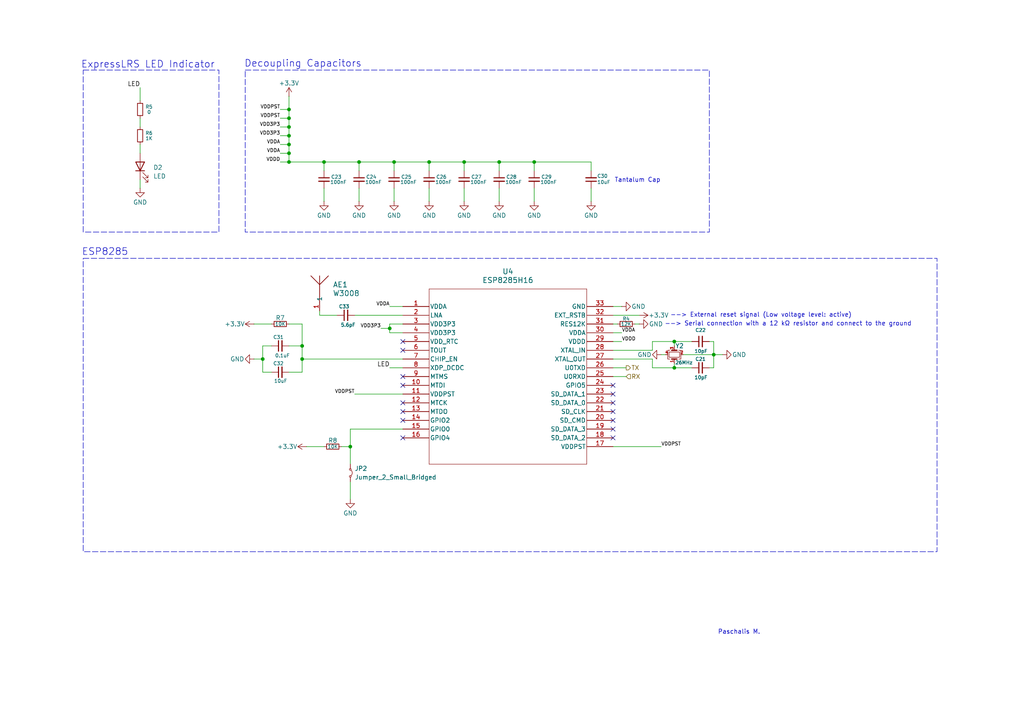
<source format=kicad_sch>
(kicad_sch (version 20250114) (generator "eeschema") (generator_version "9.0")
  (paper "A4")
  (title_block (title "ESP8285") (date "2025-03-30") (rev "1.0") (company "https://github.com/Paschalis | TeodoraMiu"))
  (lib_symbols
    (symbol "Device:C_Small" (pin_numbers (hide yes)) (pin_names (offset 0.254) (hide yes))
      (property "Reference" "C" (at 0.254 1.778 0))
      (property "Value" "C_Small" (at 0.254 -2.032 0))
      (symbol "C_Small_0_1"
        (polyline (pts (xy -1.524 0.508) (xy 1.524 0.508)) (stroke (width 0.3048)))
        (polyline (pts (xy -1.524 -0.508) (xy 1.524 -0.508)) (stroke (width 0.3302)))
      )
      (symbol "C_Small_1_1"
        (pin passive line (at 0 2.54 270) (length 2.032) (name "~") (number "1"))
        (pin passive line (at 0 -2.54 90) (length 2.032) (name "~") (number "2"))
      )
    )
    (symbol "Device:Crystal_GND24_Small" (pin_names (offset 1.016) (hide yes))
      (property "Reference" "Y" (at 1.27 4.445 0))
      (property "Value" "Crystal_GND24_Small" (at 1.27 2.54 0))
      (symbol "Crystal_GND24_Small_0_1"
        (polyline (pts (xy -1.27 1.27) (xy -1.27 1.905) (xy 1.27 1.905) (xy 1.27 1.27)))
        (polyline (pts (xy -1.27 -0.762) (xy -1.27 0.762)) (stroke (width 0.381)))
        (polyline (pts (xy -1.27 -1.27) (xy -1.27 -1.905) (xy 1.27 -1.905) (xy 1.27 -1.27)))
        (rectangle (start -0.762 -1.524) (end 0.762 1.524))
        (polyline (pts (xy 1.27 -0.762) (xy 1.27 0.762)) (stroke (width 0.381)))
      )
      (symbol "Crystal_GND24_Small_1_1"
        (pin passive line (at -2.54 0 0) (length 1.27) (name "1") (number "1"))
        (pin passive line (at 0 2.54 270) (length 0.635) (name "4") (number "4"))
        (pin passive line (at 0 -2.54 90) (length 0.635) (name "2") (number "2"))
        (pin passive line (at 2.54 0 180) (length 1.27) (name "3") (number "3"))
      )
    )
    (symbol "Device:LED" (pin_numbers (hide yes)) (pin_names (offset 1.016) (hide yes))
      (property "Reference" "D" (at 0 2.54 0))
      (property "Value" "LED" (at 0 -2.54 0))
      (symbol "LED_0_1"
        (polyline (pts (xy -3.048 -0.762) (xy -4.572 -2.286) (xy -3.81 -2.286) (xy -4.572 -2.286) (xy -4.572 -1.524)))
        (polyline (pts (xy -1.778 -0.762) (xy -3.302 -2.286) (xy -2.54 -2.286) (xy -3.302 -2.286) (xy -3.302 -1.524)))
        (polyline (pts (xy -1.27 0) (xy 1.27 0)))
        (polyline (pts (xy -1.27 -1.27) (xy -1.27 1.27)) (stroke (width 0.254)))
        (polyline (pts (xy 1.27 -1.27) (xy 1.27 1.27) (xy -1.27 0) (xy 1.27 -1.27)) (stroke (width 0.254)))
      )
      (symbol "LED_1_1"
        (pin passive line (at -3.81 0 0) (length 2.54) (name "K") (number "1"))
        (pin passive line (at 3.81 0 180) (length 2.54) (name "A") (number "2"))
      )
    )
    (symbol "Device:R_Small" (pin_numbers (hide yes)) (pin_names (offset 0.254) (hide yes))
      (property "Reference" "R" (at 0.762 0.508 0))
      (property "Value" "R_Small" (at 0.762 -1.016 0))
      (symbol "R_Small_0_1"
        (rectangle (start -0.762 1.778) (end 0.762 -1.778) (stroke (width 0.2032)))
      )
      (symbol "R_Small_1_1"
        (pin passive line (at 0 2.54 270) (length 0.762) (name "~") (number "1"))
        (pin passive line (at 0 -2.54 90) (length 0.762) (name "~") (number "2"))
      )
    )
    (symbol "ESP8285H16:ESP8285H16" (pin_names (offset 0.254))
      (property "Reference" "U" (at 30.48 10.16 0))
      (property "Value" "ESP8285H16" (at 30.48 7.62 0))
      (symbol "ESP8285H16_0_1"
        (polyline (pts (xy 7.62 5.08) (xy 7.62 -45.72)) (stroke (width 0.127)))
        (polyline (pts (xy 7.62 -45.72) (xy 53.34 -45.72)) (stroke (width 0.127)))
        (polyline (pts (xy 53.34 5.08) (xy 7.62 5.08)) (stroke (width 0.127)))
        (polyline (pts (xy 53.34 -45.72) (xy 53.34 5.08)) (stroke (width 0.127)))
        (pin power_in line (at 0 0 0) (length 7.62) (name "VDDA") (number "1"))
        (pin bidirectional line (at 0 -2.54 0) (length 7.62) (name "LNA") (number "2"))
        (pin power_in line (at 0 -5.08 0) (length 7.62) (name "VDD3P3") (number "3"))
        (pin power_in line (at 0 -7.62 0) (length 7.62) (name "VDD3P3") (number "4"))
        (pin power_in line (at 0 -10.16 0) (length 7.62) (name "VDD_RTC") (number "5"))
        (pin input line (at 0 -12.7 0) (length 7.62) (name "TOUT") (number "6"))
        (pin input line (at 0 -15.24 0) (length 7.62) (name "CHIP_EN") (number "7"))
        (pin bidirectional line (at 0 -17.78 0) (length 7.62) (name "XDP_DCDC") (number "8"))
        (pin bidirectional line (at 0 -20.32 0) (length 7.62) (name "MTMS") (number "9"))
        (pin bidirectional line (at 0 -22.86 0) (length 7.62) (name "MTDI") (number "10"))
        (pin power_in line (at 0 -25.4 0) (length 7.62) (name "VDDPST") (number "11"))
        (pin bidirectional line (at 0 -27.94 0) (length 7.62) (name "MTCK") (number "12"))
        (pin bidirectional line (at 0 -30.48 0) (length 7.62) (name "MTDO") (number "13"))
        (pin bidirectional line (at 0 -33.02 0) (length 7.62) (name "GPIO2") (number "14"))
        (pin bidirectional line (at 0 -35.56 0) (length 7.62) (name "GPIO0") (number "15"))
        (pin bidirectional line (at 0 -38.1 0) (length 7.62) (name "GPIO4") (number "16"))
        (pin power_out line (at 60.96 0 180) (length 7.62) (name "GND") (number "33"))
        (pin input line (at 60.96 -2.54 180) (length 7.62) (name "EXT_RSTB") (number "32"))
        (pin input line (at 60.96 -5.08 180) (length 7.62) (name "RES12K") (number "31"))
        (pin power_in line (at 60.96 -7.62 180) (length 7.62) (name "VDDA") (number "30"))
        (pin power_in line (at 60.96 -10.16 180) (length 7.62) (name "VDDD") (number "29"))
        (pin bidirectional line (at 60.96 -12.7 180) (length 7.62) (name "XTAL_IN") (number "28"))
        (pin bidirectional line (at 60.96 -15.24 180) (length 7.62) (name "XTAL_OUT") (number "27"))
        (pin bidirectional line (at 60.96 -17.78 180) (length 7.62) (name "U0TXD") (number "26"))
        (pin bidirectional line (at 60.96 -20.32 180) (length 7.62) (name "U0RXD") (number "25"))
        (pin bidirectional line (at 60.96 -22.86 180) (length 7.62) (name "GPIO5") (number "24"))
        (pin bidirectional line (at 60.96 -25.4 180) (length 7.62) (name "SD_DATA_1") (number "23"))
        (pin bidirectional line (at 60.96 -27.94 180) (length 7.62) (name "SD_DATA_0") (number "22"))
        (pin bidirectional line (at 60.96 -30.48 180) (length 7.62) (name "SD_CLK") (number "21"))
        (pin bidirectional line (at 60.96 -33.02 180) (length 7.62) (name "SD_CMD") (number "20"))
        (pin bidirectional line (at 60.96 -35.56 180) (length 7.62) (name "SD_DATA_3") (number "19"))
        (pin bidirectional line (at 60.96 -38.1 180) (length 7.62) (name "SD_DATA_2") (number "18"))
        (pin power_in line (at 60.96 -40.64 180) (length 7.62) (name "VDDPST") (number "17"))
      )
    )
    (symbol "Jumper:Jumper_2_Small_Bridged" (pin_numbers (hide yes)) (pin_names (offset 0) (hide yes)) (exclude_from_sim yes)
      (property "Reference" "JP" (at 0 2.032 0))
      (property "Value" "Jumper_2_Small_Bridged" (at 0 -2.286 0))
      (symbol "Jumper_2_Small_Bridged_0_0"
        (circle (center -1.016 0) (radius 0.254))
        (circle (center 1.016 0) (radius 0.254))
      )
      (symbol "Jumper_2_Small_Bridged_0_1"
        (arc (start -0.762 0.254) (mid 0 0.5696) (end 0.762 0.254))
      )
      (symbol "Jumper_2_Small_Bridged_1_1"
        (pin passive line (at -2.54 0 0) (length 1.27) (name "A") (number "1"))
        (pin passive line (at 2.54 0 180) (length 1.27) (name "B") (number "2"))
      )
    )
    (symbol "W3008:W3008" (pin_names (offset 0.254))
      (property "Reference" "AE" (at 2.2606 6.985 0))
      (property "Value" "W3008" (at 2.2606 3.175 0))
      (symbol "W3008_0_1"
        (polyline (pts (xy -2.54 10.16) (xy 0 7.62)) (stroke (width 0.2032)))
        (polyline (pts (xy 0 10.16) (xy 0 7.62)) (stroke (width 0.2032)))
        (polyline (pts (xy 0 7.62) (xy 0 2.54)) (stroke (width 0.2032)))
        (polyline (pts (xy 0 7.62) (xy 2.54 10.16)) (stroke (width 0.2032)))
        (pin unspecified line (at 0 0 90) (length 2.54) (name "1") (number "1"))
      )
    )
    (symbol "power:+3.3V" (power) (pin_numbers (hide yes)) (pin_names (offset 0) (hide yes))
      (property "Value" "+3.3V" (at 0 3.556 0))
      (symbol "+3.3V_0_1"
        (polyline (pts (xy -0.762 1.27) (xy 0 2.54)))
        (polyline (pts (xy 0 2.54) (xy 0.762 1.27)))
        (polyline (pts (xy 0 0) (xy 0 2.54)))
      )
      (symbol "+3.3V_1_1"
        (pin power_in line (at 0 0 90) (length 0) (name "~") (number "1"))
      )
    )
    (symbol "power:GND" (power) (pin_numbers (hide yes)) (pin_names (offset 0) (hide yes))
      (property "Value" "GND" (at 0 -3.81 0))
      (symbol "GND_0_1"
        (polyline (pts (xy 0 0) (xy 0 -1.27) (xy 1.27 -1.27) (xy 0 -2.54) (xy -1.27 -1.27) (xy 0 -1.27)))
      )
      (symbol "GND_1_1"
        (pin power_in line (at 0 0 270) (length 0) (name "~") (number "1"))
      )
    )
  )
  (rectangle (start 71.12 20.32) (end 205.74 67.31) (stroke (width 0) (type dash)))
  (rectangle (start 24.13 74.93) (end 271.78 160.02) (stroke (width 0) (type dash)))
  (rectangle (start 24.13 20.32) (end 63.5 67.31) (stroke (width 0) (type dash)))
  (text "--> External reset signal (Low voltage level: active)" (at 220.726 91.44 0) (effects (font (size 1.27 1.27))))
  (text "--> Serial connection with a 12 kΩ resistor and connect to the ground" (at 228.6 93.98 0) (effects (font (size 1.27 1.27))))
  (text "Decoupling Capacitors" (at 87.884 18.542 0) (effects (font (size 2 2))))
  (text "Paschalis M." (at 214.376 183.388 0) (effects (font (size 1.27 1.27))))
  (text "ESP8285" (at 30.48 73.152 0) (effects (font (size 2 2))))
  (text "Tantalum Cap" (at 184.912 52.324 0) (effects (font (size 1.27 1.27))))
  (text "ExpressLRS LED Indicator" (at 42.926 18.796 0) (effects (font (size 2 2))))
  (junction (at 154.94 46.99))
  (junction (at 83.82 46.99))
  (junction (at 114.3 46.99))
  (junction (at 124.46 46.99))
  (junction (at 87.63 100.33))
  (junction (at 87.63 104.14))
  (junction (at 83.82 34.29))
  (junction (at 113.03 95.25))
  (junction (at 83.82 31.75))
  (junction (at 134.62 46.99))
  (junction (at 195.58 99.06))
  (junction (at 93.98 46.99))
  (junction (at 76.2 104.14))
  (junction (at 207.01 102.87))
  (junction (at 83.82 36.83))
  (junction (at 83.82 41.91))
  (junction (at 144.78 46.99))
  (junction (at 195.58 106.68))
  (junction (at 83.82 44.45))
  (junction (at 104.14 46.99))
  (junction (at 101.6 129.54))
  (junction (at 83.82 39.37))
  (no_connect (at 177.8 124.46))
  (no_connect (at 177.8 121.92))
  (no_connect (at 116.84 101.6))
  (no_connect (at 116.84 109.22))
  (no_connect (at 177.8 111.76))
  (no_connect (at 177.8 119.38))
  (no_connect (at 116.84 127))
  (no_connect (at 177.8 116.84))
  (no_connect (at 116.84 121.92))
  (no_connect (at 116.84 116.84))
  (no_connect (at 116.84 99.06))
  (no_connect (at 116.84 111.76))
  (no_connect (at 177.8 127))
  (no_connect (at 116.84 119.38))
  (no_connect (at 177.8 114.3))
  (wire (pts (xy 83.82 39.37) (xy 83.82 36.83)))
  (wire (pts (xy 144.78 46.99) (xy 134.62 46.99)))
  (wire (pts (xy 87.63 93.98) (xy 87.63 100.33)))
  (wire (pts (xy 144.78 54.61) (xy 144.78 58.42)))
  (wire (pts (xy 104.14 46.99) (xy 104.14 49.53)))
  (wire (pts (xy 76.2 100.33) (xy 76.2 104.14)))
  (wire (pts (xy 113.03 96.52) (xy 116.84 96.52)))
  (wire (pts (xy 83.82 31.75) (xy 83.82 34.29)))
  (wire (pts (xy 189.23 101.6) (xy 189.23 99.06)))
  (wire (pts (xy 177.8 101.6) (xy 189.23 101.6)))
  (wire (pts (xy 171.45 49.53) (xy 171.45 46.99)))
  (wire (pts (xy 177.8 109.22) (xy 181.61 109.22)))
  (wire (pts (xy 113.03 106.68) (xy 116.84 106.68)))
  (wire (pts (xy 83.82 41.91) (xy 83.82 39.37)))
  (wire (pts (xy 92.71 91.44) (xy 97.79 91.44)))
  (wire (pts (xy 93.98 46.99) (xy 83.82 46.99)))
  (wire (pts (xy 87.63 104.14) (xy 116.84 104.14)))
  (wire (pts (xy 177.8 99.06) (xy 180.34 99.06)))
  (wire (pts (xy 81.28 41.91) (xy 83.82 41.91)))
  (wire (pts (xy 200.66 106.68) (xy 195.58 106.68)))
  (wire (pts (xy 78.74 107.95) (xy 76.2 107.95)))
  (wire (pts (xy 191.77 102.87) (xy 193.04 102.87)))
  (wire (pts (xy 73.66 93.98) (xy 78.74 93.98)))
  (wire (pts (xy 93.98 46.99) (xy 93.98 49.53)))
  (wire (pts (xy 87.63 100.33) (xy 83.82 100.33)))
  (wire (pts (xy 200.66 99.06) (xy 195.58 99.06)))
  (wire (pts (xy 83.82 93.98) (xy 87.63 93.98)))
  (wire (pts (xy 76.2 107.95) (xy 76.2 104.14)))
  (wire (pts (xy 83.82 44.45) (xy 83.82 41.91)))
  (wire (pts (xy 114.3 46.99) (xy 114.3 49.53)))
  (wire (pts (xy 177.8 104.14) (xy 189.23 104.14)))
  (wire (pts (xy 207.01 102.87) (xy 209.55 102.87)))
  (wire (pts (xy 154.94 49.53) (xy 154.94 46.99)))
  (wire (pts (xy 207.01 106.68) (xy 207.01 102.87)))
  (wire (pts (xy 81.28 36.83) (xy 83.82 36.83)))
  (wire (pts (xy 81.28 44.45) (xy 83.82 44.45)))
  (wire (pts (xy 177.8 91.44) (xy 185.42 91.44)))
  (wire (pts (xy 177.8 129.54) (xy 191.77 129.54)))
  (wire (pts (xy 81.28 31.75) (xy 83.82 31.75)))
  (wire (pts (xy 102.87 91.44) (xy 116.84 91.44)))
  (wire (pts (xy 205.74 106.68) (xy 207.01 106.68)))
  (wire (pts (xy 205.74 99.06) (xy 207.01 99.06)))
  (wire (pts (xy 124.46 54.61) (xy 124.46 58.42)))
  (wire (pts (xy 87.63 100.33) (xy 87.63 104.14)))
  (wire (pts (xy 104.14 46.99) (xy 93.98 46.99)))
  (wire (pts (xy 177.8 106.68) (xy 181.61 106.68)))
  (wire (pts (xy 189.23 106.68) (xy 195.58 106.68)))
  (wire (pts (xy 177.8 88.9) (xy 180.34 88.9)))
  (wire (pts (xy 114.3 46.99) (xy 104.14 46.99)))
  (wire (pts (xy 177.8 96.52) (xy 180.34 96.52)))
  (wire (pts (xy 83.82 36.83) (xy 83.82 34.29)))
  (wire (pts (xy 40.64 25.4) (xy 40.64 29.21)))
  (wire (pts (xy 207.01 99.06) (xy 207.01 102.87)))
  (wire (pts (xy 101.6 139.7) (xy 101.6 144.78)))
  (wire (pts (xy 134.62 54.61) (xy 134.62 58.42)))
  (wire (pts (xy 195.58 106.68) (xy 195.58 105.41)))
  (wire (pts (xy 81.28 46.99) (xy 83.82 46.99)))
  (wire (pts (xy 92.71 90.17) (xy 92.71 91.44)))
  (wire (pts (xy 114.3 54.61) (xy 114.3 58.42)))
  (wire (pts (xy 83.82 107.95) (xy 87.63 107.95)))
  (wire (pts (xy 189.23 104.14) (xy 189.23 106.68)))
  (wire (pts (xy 101.6 129.54) (xy 101.6 134.62)))
  (wire (pts (xy 154.94 46.99) (xy 171.45 46.99)))
  (wire (pts (xy 83.82 46.99) (xy 83.82 44.45)))
  (wire (pts (xy 76.2 104.14) (xy 73.66 104.14)))
  (wire (pts (xy 113.03 95.25) (xy 113.03 96.52)))
  (wire (pts (xy 88.9 129.54) (xy 93.98 129.54)))
  (wire (pts (xy 40.64 52.07) (xy 40.64 54.61)))
  (wire (pts (xy 83.82 34.29) (xy 81.28 34.29)))
  (wire (pts (xy 87.63 107.95) (xy 87.63 104.14)))
  (wire (pts (xy 189.23 99.06) (xy 195.58 99.06)))
  (wire (pts (xy 113.03 93.98) (xy 113.03 95.25)))
  (wire (pts (xy 134.62 46.99) (xy 134.62 49.53)))
  (wire (pts (xy 101.6 124.46) (xy 101.6 129.54)))
  (wire (pts (xy 113.03 88.9) (xy 116.84 88.9)))
  (wire (pts (xy 116.84 124.46) (xy 101.6 124.46)))
  (wire (pts (xy 171.45 54.61) (xy 171.45 58.42)))
  (wire (pts (xy 134.62 46.99) (xy 124.46 46.99)))
  (wire (pts (xy 154.94 46.99) (xy 144.78 46.99)))
  (wire (pts (xy 144.78 46.99) (xy 144.78 49.53)))
  (wire (pts (xy 83.82 27.94) (xy 83.82 31.75)))
  (wire (pts (xy 78.74 100.33) (xy 76.2 100.33)))
  (wire (pts (xy 177.8 93.98) (xy 179.07 93.98)))
  (wire (pts (xy 40.64 34.29) (xy 40.64 36.83)))
  (wire (pts (xy 184.15 93.98) (xy 185.42 93.98)))
  (wire (pts (xy 102.87 114.3) (xy 116.84 114.3)))
  (wire (pts (xy 99.06 129.54) (xy 101.6 129.54)))
  (wire (pts (xy 124.46 46.99) (xy 114.3 46.99)))
  (wire (pts (xy 154.94 54.61) (xy 154.94 58.42)))
  (wire (pts (xy 124.46 46.99) (xy 124.46 49.53)))
  (wire (pts (xy 198.12 102.87) (xy 207.01 102.87)))
  (wire (pts (xy 110.49 95.25) (xy 113.03 95.25)))
  (wire (pts (xy 104.14 54.61) (xy 104.14 58.42)))
  (wire (pts (xy 40.64 41.91) (xy 40.64 44.45)))
  (wire (pts (xy 93.98 54.61) (xy 93.98 58.42)))
  (wire (pts (xy 195.58 99.06) (xy 195.58 100.33)))
  (wire (pts (xy 81.28 39.37) (xy 83.82 39.37)))
  (wire (pts (xy 113.03 93.98) (xy 116.84 93.98)))
  (label "VDDA" (at 81.28 44.45 180) (effects (font (size 1 1))))
  (label "VDD3P3" (at 110.49 95.25 180) (effects (font (size 1 1))))
  (label "VDDA" (at 81.28 41.91 180) (effects (font (size 1 1))))
  (label "VDDPST" (at 102.87 114.3 180) (effects (font (size 1 1))))
  (label "VDDA" (at 113.03 88.9 180) (effects (font (size 1 1))))
  (label "VDDD" (at 180.34 99.06 0) (effects (font (size 1 1))))
  (label "VDDPST" (at 81.28 31.75 180) (effects (font (size 1 1))))
  (label "VDD3P3" (at 81.28 36.83 180) (effects (font (size 1 1))))
  (label "VDD3P3" (at 81.28 39.37 180) (effects (font (size 1 1))))
  (label "LED" (at 40.64 25.4 180))
  (label "VDDA" (at 180.34 96.52 0) (effects (font (size 1 1))))
  (label "VDDPST" (at 191.77 129.54 0) (effects (font (size 1 1))))
  (label "VDDPST" (at 81.28 34.29 180) (effects (font (size 1 1))))
  (label "LED" (at 113.03 106.68 180))
  (label "VDDD" (at 81.28 46.99 180) (effects (font (size 1 1))))
  (hierarchical_label "RX" (shape input) (at 181.61 109.22 0))
  (hierarchical_label "TX" (shape output) (at 181.61 106.68 0))
  (symbol (lib_id "Device:C_Small") (at 114.3 52.07 0) (unit 1)
    (property "Reference" "C25" (at 116.332 51.308 0) (effects (font (size 1 1)) (justify left)))
    (property "Value" "100nF" (at 116.078 52.832 0) (effects (font (size 1 1)) (justify left)))
    (property "Footprint" "Capacitor_SMD:C_0603_1608Metric_Pad1.08x0.95mm_HandSolder" (effects (hide yes)))
    (property "Description" "Unpolarized capacitor, small symbol" (effects (hide yes)))
  )
  (symbol (lib_id "power:GND") (at 40.64 54.61 0) (unit 1)
    (property "Reference" "#PWR055" (effects (hide yes)))
    (property "Value" "GND" (at 40.64 58.674 0))
    (property "Description" "Power symbol creates a global label with name \"GND\" , ground" (effects (hide yes)))
  )
  (symbol (lib_id "power:GND") (at 191.77 102.87 270) (mirror x) (unit 1)
    (property "Reference" "#PWR039" (effects (hide yes)))
    (property "Value" "GND" (at 188.976 102.87 90) (effects (justify right)))
    (property "Description" "Power symbol creates a global label with name \"GND\" , ground" (effects (hide yes)))
  )
  (symbol (lib_id "Device:R_Small") (at 40.64 31.75 0) (unit 1)
    (property "Reference" "R5" (at 42.164 30.988 0) (effects (font (size 1 1)) (justify left)))
    (property "Value" "0" (at 42.672 32.512 0) (effects (font (size 1 1)) (justify left)))
    (property "Footprint" "Resistor_SMD:R_0603_1608Metric_Pad0.98x0.95mm_HandSolder" (effects (hide yes)))
    (property "Description" "Resistor, small symbol" (effects (hide yes)))
  )
  (symbol (lib_id "power:GND") (at 73.66 104.14 270) (mirror x) (unit 1)
    (property "Reference" "#PWR056" (effects (hide yes)))
    (property "Value" "GND" (at 70.866 104.14 90) (effects (justify right)))
    (property "Description" "Power symbol creates a global label with name \"GND\" , ground" (effects (hide yes)))
  )
  (symbol (lib_id "Device:C_Small") (at 100.33 91.44 90) (unit 1)
    (property "Reference" "C33" (at 101.346 88.9 90) (effects (font (size 1 1)) (justify left)))
    (property "Value" "5.6pF" (at 103.124 94.234 90) (effects (font (size 1 1)) (justify left)))
    (property "Footprint" "Capacitor_SMD:C_01005_0402Metric_Pad0.57x0.30mm_HandSolder" (effects (hide yes)))
    (property "Description" "Unpolarized capacitor, small symbol" (effects (hide yes)))
  )
  (symbol (lib_id "Jumper:Jumper_2_Small_Bridged") (at 101.6 137.16 270) (unit 1)
    (property "Reference" "JP2" (at 102.87 135.8899 90) (effects (justify left)))
    (property "Value" "Jumper_2_Small_Bridged" (at 102.87 138.4299 90) (effects (justify left)))
    (property "Footprint" "TestPoint:TestPoint_2Pads_Pitch2.54mm_Drill0.8mm" (effects (hide yes)))
    (property "Description" "Jumper, 2-pole, small symbol, bridged" (effects (hide yes)))
  )
  (symbol (lib_id "power:GND") (at 154.94 58.42 0) (unit 1)
    (property "Reference" "#PWR052" (effects (hide yes)))
    (property "Value" "GND" (at 154.94 62.484 0))
    (property "Description" "Power symbol creates a global label with name \"GND\" , ground" (effects (hide yes)))
  )
  (symbol (lib_id "Device:R_Small") (at 40.64 39.37 0) (unit 1)
    (property "Reference" "R6" (at 42.164 38.608 0) (effects (font (size 1 1)) (justify left)))
    (property "Value" "1K" (at 42.164 40.132 0) (effects (font (size 1 1)) (justify left)))
    (property "Footprint" "Resistor_SMD:R_0603_1608Metric_Pad0.98x0.95mm_HandSolder" (effects (hide yes)))
    (property "Description" "Resistor, small symbol" (effects (hide yes)))
  )
  (symbol (lib_id "Device:C_Small") (at 144.78 52.07 0) (unit 1)
    (property "Reference" "C28" (at 146.812 51.308 0) (effects (font (size 1 1)) (justify left)))
    (property "Value" "100nF" (at 146.558 52.832 0) (effects (font (size 1 1)) (justify left)))
    (property "Footprint" "Capacitor_SMD:C_0603_1608Metric_Pad1.08x0.95mm_HandSolder" (effects (hide yes)))
    (property "Description" "Unpolarized capacitor, small symbol" (effects (hide yes)))
  )
  (symbol (lib_id "power:GND") (at 101.6 144.78 0) (unit 1)
    (property "Reference" "#PWR058" (effects (hide yes)))
    (property "Value" "GND" (at 101.6 148.844 0))
    (property "Description" "Power symbol creates a global label with name \"GND\" , ground" (effects (hide yes)))
  )
  (symbol (lib_id "W3008:W3008") (at 92.71 90.17 0) (unit 1)
    (property "Reference" "AE1" (at 96.52 82.5499 0) (effects (font (size 1.524 1.524)) (justify left)))
    (property "Value" "W3008" (at 96.52 85.0899 0) (effects (font (size 1.524 1.524)) (justify left)))
    (property "Footprint" "W3008:ANT_W3008_PUL" (effects (hide yes)))
    (property "Datasheet" "W3008" (effects (hide yes)))
  )
  (symbol (lib_id "power:GND") (at 180.34 88.9 90) (unit 1)
    (property "Reference" "#PWR042" (effects (hide yes)))
    (property "Value" "GND" (at 183.134 88.9 90) (effects (justify right)))
    (property "Description" "Power symbol creates a global label with name \"GND\" , ground" (effects (hide yes)))
  )
  (symbol (lib_id "Device:R_Small") (at 96.52 129.54 90) (unit 1)
    (property "Reference" "R8" (at 96.52 127.762 90))
    (property "Value" "10K" (at 96.52 129.54 90) (effects (font (size 1 1))))
    (property "Footprint" "Resistor_SMD:R_0603_1608Metric_Pad0.98x0.95mm_HandSolder" (effects (hide yes)))
    (property "Description" "Resistor, small symbol" (effects (hide yes)))
  )
  (symbol (lib_id "Device:C_Small") (at 104.14 52.07 0) (unit 1)
    (property "Reference" "C24" (at 106.172 51.308 0) (effects (font (size 1 1)) (justify left)))
    (property "Value" "100nF" (at 105.918 52.832 0) (effects (font (size 1 1)) (justify left)))
    (property "Footprint" "Capacitor_SMD:C_0603_1608Metric_Pad1.08x0.95mm_HandSolder" (effects (hide yes)))
    (property "Description" "Unpolarized capacitor, small symbol" (effects (hide yes)))
  )
  (symbol (lib_id "power:GND") (at 93.98 58.42 0) (unit 1)
    (property "Reference" "#PWR046" (effects (hide yes)))
    (property "Value" "GND" (at 93.98 62.484 0))
    (property "Description" "Power symbol creates a global label with name \"GND\" , ground" (effects (hide yes)))
  )
  (symbol (lib_id "power:+3.3V") (at 88.9 129.54 90) (mirror x) (unit 1)
    (property "Reference" "#PWR057" (effects (hide yes)))
    (property "Value" "+3.3V" (at 83.312 129.54 90))
    (property "Description" "Power symbol creates a global label with name \"+3.3V\"" (effects (hide yes)))
  )
  (symbol (lib_id "power:GND") (at 124.46 58.42 0) (unit 1)
    (property "Reference" "#PWR049" (effects (hide yes)))
    (property "Value" "GND" (at 124.46 62.484 0))
    (property "Description" "Power symbol creates a global label with name \"GND\" , ground" (effects (hide yes)))
  )
  (symbol (lib_id "Device:C_Small") (at 124.46 52.07 0) (unit 1)
    (property "Reference" "C26" (at 126.492 51.308 0) (effects (font (size 1 1)) (justify left)))
    (property "Value" "100nF" (at 126.238 52.832 0) (effects (font (size 1 1)) (justify left)))
    (property "Footprint" "Capacitor_SMD:C_0603_1608Metric_Pad1.08x0.95mm_HandSolder" (effects (hide yes)))
    (property "Description" "Unpolarized capacitor, small symbol" (effects (hide yes)))
  )
  (symbol (lib_id "power:GND") (at 144.78 58.42 0) (unit 1)
    (property "Reference" "#PWR051" (effects (hide yes)))
    (property "Value" "GND" (at 144.78 62.484 0))
    (property "Description" "Power symbol creates a global label with name \"GND\" , ground" (effects (hide yes)))
  )
  (symbol (lib_id "power:GND") (at 185.42 93.98 90) (unit 1)
    (property "Reference" "#PWR043" (effects (hide yes)))
    (property "Value" "GND" (at 188.214 93.98 90) (effects (justify right)))
    (property "Description" "Power symbol creates a global label with name \"GND\" , ground" (effects (hide yes)))
  )
  (symbol (lib_id "power:+3.3V") (at 185.42 91.44 270) (unit 1)
    (property "Reference" "#PWR045" (effects (hide yes)))
    (property "Value" "+3.3V" (at 191.008 91.44 90))
    (property "Description" "Power symbol creates a global label with name \"+3.3V\"" (effects (hide yes)))
  )
  (symbol (lib_id "Device:Crystal_GND24_Small") (at 195.58 102.87 90) (unit 1)
    (property "Reference" "Y2" (at 197.104 100.33 90))
    (property "Value" "26MHz" (at 198.374 105.156 90) (effects (font (size 1 1))))
    (property "Footprint" "Crystal:Crystal_SMD_2016-4Pin_2.0x1.6mm" (effects (hide yes)))
    (property "Description" "Four pin crystal, GND on pins 2 and 4, small symbol" (effects (hide yes)))
  )
  (symbol (lib_id "Device:C_Small") (at 154.94 52.07 0) (unit 1)
    (property "Reference" "C29" (at 156.972 51.308 0) (effects (font (size 1 1)) (justify left)))
    (property "Value" "100nF" (at 156.718 52.832 0) (effects (font (size 1 1)) (justify left)))
    (property "Footprint" "Capacitor_SMD:C_0603_1608Metric_Pad1.08x0.95mm_HandSolder" (effects (hide yes)))
    (property "Description" "Unpolarized capacitor, small symbol" (effects (hide yes)))
  )
  (symbol (lib_id "Device:LED") (at 40.64 48.26 90) (unit 1)
    (property "Reference" "D2" (at 44.45 48.5774 90) (effects (justify right)))
    (property "Value" "LED" (at 44.45 51.1174 90) (effects (justify right)))
    (property "Footprint" "LED_SMD:LED_0805_2012Metric_Pad1.15x1.40mm_HandSolder" (effects (hide yes)))
    (property "Description" "Light emitting diode" (effects (hide yes)))
  )
  (symbol (lib_id "Device:C_Small") (at 203.2 99.06 90) (unit 1)
    (property "Reference" "C22" (at 204.724 95.758 90) (effects (font (size 1 1)) (justify left)))
    (property "Value" "10pF" (at 205.232 101.854 90) (effects (font (size 1 1)) (justify left)))
    (property "Footprint" "Capacitor_SMD:C_0603_1608Metric_Pad1.08x0.95mm_HandSolder" (effects (hide yes)))
    (property "Description" "Unpolarized capacitor, small symbol" (effects (hide yes)))
  )
  (symbol (lib_id "ESP8285H16:ESP8285H16") (at 116.84 88.9 0) (unit 1)
    (property "Reference" "U4" (at 147.32 78.74 0) (effects (font (size 1.524 1.524))))
    (property "Value" "ESP8285H16" (at 147.32 81.28 0) (effects (font (size 1.524 1.524))))
    (property "Footprint" "ESP8285H16:QFN32_5X5_EXP" (effects (hide yes)))
    (property "Datasheet" "ESP8285H16" (effects (hide yes)))
  )
  (symbol (lib_id "power:GND") (at 104.14 58.42 0) (unit 1)
    (property "Reference" "#PWR047" (effects (hide yes)))
    (property "Value" "GND" (at 104.14 62.484 0))
    (property "Description" "Power symbol creates a global label with name \"GND\" , ground" (effects (hide yes)))
  )
  (symbol (lib_id "Device:C_Small") (at 171.45 52.07 180) (unit 1)
    (property "Reference" "C30" (at 176.276 51.054 0) (effects (font (size 1 1)) (justify left)))
    (property "Value" "10uF" (at 177.038 52.832 0) (effects (font (size 1 1)) (justify left)))
    (property "Footprint" "ECASD40J106M055K00:ECASD40J106M055K00" (effects (hide yes)))
    (property "Description" "Unpolarized capacitor, small symbol" (effects (hide yes)))
  )
  (symbol (lib_id "Device:R_Small") (at 81.28 93.98 90) (unit 1)
    (property "Reference" "R7" (at 81.28 92.202 90))
    (property "Value" "10K" (at 81.28 93.98 90) (effects (font (size 1 1))))
    (property "Footprint" "Resistor_SMD:R_0603_1608Metric_Pad0.98x0.95mm_HandSolder" (effects (hide yes)))
    (property "Description" "Resistor, small symbol" (effects (hide yes)))
  )
  (symbol (lib_id "power:GND") (at 209.55 102.87 90) (unit 1)
    (property "Reference" "#PWR041" (effects (hide yes)))
    (property "Value" "GND" (at 212.344 102.87 90) (effects (justify right)))
    (property "Description" "Power symbol creates a global label with name \"GND\" , ground" (effects (hide yes)))
  )
  (symbol (lib_id "Device:C_Small") (at 81.28 107.95 90) (unit 1)
    (property "Reference" "C32" (at 82.296 105.41 90) (effects (font (size 1 1)) (justify left)))
    (property "Value" "10uF" (at 83.312 110.49 90) (effects (font (size 1 1)) (justify left)))
    (property "Footprint" "ECASD40J106M055K00:ECASD40J106M055K00" (effects (hide yes)))
    (property "Description" "Unpolarized capacitor, small symbol" (effects (hide yes)))
  )
  (symbol (lib_id "power:GND") (at 114.3 58.42 0) (unit 1)
    (property "Reference" "#PWR048" (effects (hide yes)))
    (property "Value" "GND" (at 114.3 62.484 0))
    (property "Description" "Power symbol creates a global label with name \"GND\" , ground" (effects (hide yes)))
  )
  (symbol (lib_id "Device:C_Small") (at 93.98 52.07 0) (unit 1)
    (property "Reference" "C23" (at 96.012 51.308 0) (effects (font (size 1 1)) (justify left)))
    (property "Value" "100nF" (at 95.758 52.832 0) (effects (font (size 1 1)) (justify left)))
    (property "Footprint" "Capacitor_SMD:C_0603_1608Metric_Pad1.08x0.95mm_HandSolder" (effects (hide yes)))
    (property "Description" "Unpolarized capacitor, small symbol" (effects (hide yes)))
  )
  (symbol (lib_id "Device:C_Small") (at 203.2 106.68 90) (unit 1)
    (property "Reference" "C21" (at 204.724 104.14 90) (effects (font (size 1 1)) (justify left)))
    (property "Value" "10pF" (at 205.232 109.474 90) (effects (font (size 1 1)) (justify left)))
    (property "Footprint" "Capacitor_SMD:C_0603_1608Metric_Pad1.08x0.95mm_HandSolder" (effects (hide yes)))
    (property "Description" "Unpolarized capacitor, small symbol" (effects (hide yes)))
  )
  (symbol (lib_id "power:+3.3V") (at 83.82 27.94 0) (unit 1)
    (property "Reference" "#PWR053" (effects (hide yes)))
    (property "Value" "+3.3V" (at 83.82 24.13 0))
    (property "Description" "Power symbol creates a global label with name \"+3.3V\"" (effects (hide yes)))
  )
  (symbol (lib_id "Device:C_Small") (at 81.28 100.33 90) (unit 1)
    (property "Reference" "C31" (at 82.296 97.79 90) (effects (font (size 1 1)) (justify left)))
    (property "Value" "0.1uF" (at 84.074 103.124 90) (effects (font (size 1 1)) (justify left)))
    (property "Footprint" "Capacitor_SMD:C_0603_1608Metric_Pad1.08x0.95mm_HandSolder" (effects (hide yes)))
    (property "Description" "Unpolarized capacitor, small symbol" (effects (hide yes)))
  )
  (symbol (lib_id "power:+3.3V") (at 73.66 93.98 90) (mirror x) (unit 1)
    (property "Reference" "#PWR044" (effects (hide yes)))
    (property "Value" "+3.3V" (at 68.072 93.98 90))
    (property "Description" "Power symbol creates a global label with name \"+3.3V\"" (effects (hide yes)))
  )
  (symbol (lib_id "power:GND") (at 171.45 58.42 0) (unit 1)
    (property "Reference" "#PWR054" (effects (hide yes)))
    (property "Value" "GND" (at 171.45 62.484 0))
    (property "Description" "Power symbol creates a global label with name \"GND\" , ground" (effects (hide yes)))
  )
  (symbol (lib_id "power:GND") (at 134.62 58.42 0) (unit 1)
    (property "Reference" "#PWR050" (effects (hide yes)))
    (property "Value" "GND" (at 134.62 62.484 0))
    (property "Description" "Power symbol creates a global label with name \"GND\" , ground" (effects (hide yes)))
  )
  (symbol (lib_id "Device:R_Small") (at 181.61 93.98 90) (unit 1)
    (property "Reference" "R4" (at 181.61 92.456 90) (effects (font (size 1 1))))
    (property "Value" "12K" (at 181.61 93.98 90) (effects (font (size 1 1))))
    (property "Footprint" "Resistor_SMD:R_0603_1608Metric_Pad0.98x0.95mm_HandSolder" (effects (hide yes)))
    (property "Description" "Resistor, small symbol" (effects (hide yes)))
  )
  (symbol (lib_id "Device:C_Small") (at 134.62 52.07 0) (unit 1)
    (property "Reference" "C27" (at 136.652 51.308 0) (effects (font (size 1 1)) (justify left)))
    (property "Value" "100nF" (at 136.398 52.832 0) (effects (font (size 1 1)) (justify left)))
    (property "Footprint" "Capacitor_SMD:C_0603_1608Metric_Pad1.08x0.95mm_HandSolder" (effects (hide yes)))
    (property "Description" "Unpolarized capacitor, small symbol" (effects (hide yes)))
  )
)
</source>
